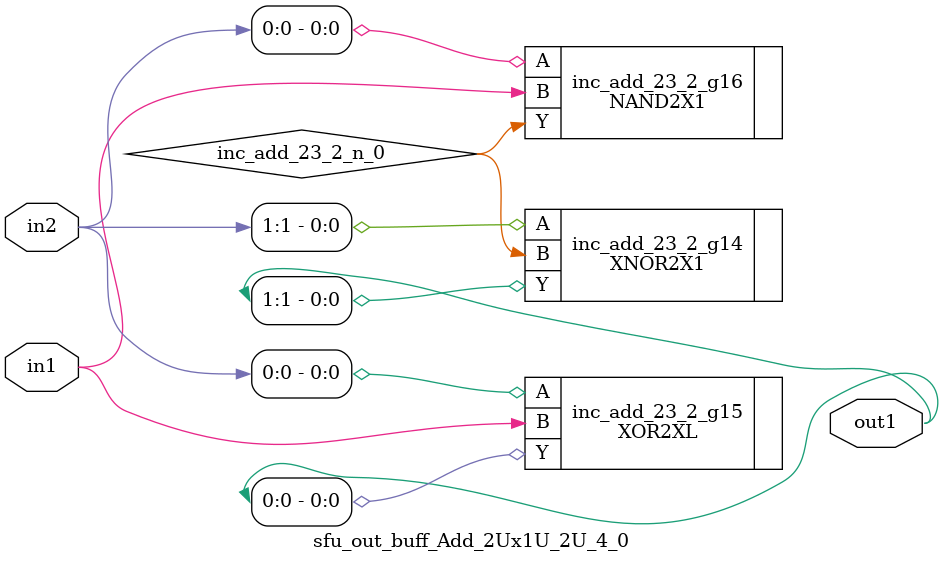
<source format=v>
`timescale 1ps / 1ps


module sfu_out_buff_Add_2Ux1U_2U_4_0(in2, in1, out1);
  input [1:0] in2;
  input in1;
  output [1:0] out1;
  wire [1:0] in2;
  wire in1;
  wire [1:0] out1;
  wire inc_add_23_2_n_0;
  XNOR2X1 inc_add_23_2_g14(.A (in2[1]), .B (inc_add_23_2_n_0), .Y
       (out1[1]));
  XOR2XL inc_add_23_2_g15(.A (in2[0]), .B (in1), .Y (out1[0]));
  NAND2X1 inc_add_23_2_g16(.A (in2[0]), .B (in1), .Y
       (inc_add_23_2_n_0));
endmodule



</source>
